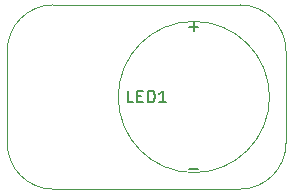
<source format=gbr>
%TF.GenerationSoftware,KiCad,Pcbnew,4.0.4+e1-6308~48~ubuntu16.04.1-stable*%
%TF.CreationDate,2016-12-19T13:29:00-08:00*%
%TF.ProjectId,2x3-LED-TH-Magnet,3278332D4C45442D54482D4D61676E65,1.0*%
%TF.FileFunction,Other,Fab,Top*%
%FSLAX46Y46*%
G04 Gerber Fmt 4.6, Leading zero omitted, Abs format (unit mm)*
G04 Created by KiCad (PCBNEW 4.0.4+e1-6308~48~ubuntu16.04.1-stable) date Mon Dec 19 13:29:00 2016*
%MOMM*%
%LPD*%
G01*
G04 APERTURE LIST*
%ADD10C,0.350000*%
%ADD11C,0.040640*%
%ADD12C,0.150000*%
G04 APERTURE END LIST*
D10*
D11*
X159883124Y-97600000D02*
G75*
G03X159883124Y-97600000I-6403124J0D01*
G01*
X157380000Y-89800000D02*
X141580000Y-89800000D01*
X157380000Y-105400000D02*
X141580000Y-105400000D01*
X161280000Y-101500000D02*
X161280000Y-93700000D01*
X137680000Y-101500000D02*
X137680000Y-93700000D01*
X161280000Y-93700000D02*
G75*
G03X157380000Y-89800000I-3900000J0D01*
G01*
X157380000Y-105400000D02*
G75*
G03X161280000Y-101500000I0J3900000D01*
G01*
X137680000Y-101500000D02*
G75*
G03X141580000Y-105400000I3900000J0D01*
G01*
X141580000Y-89800000D02*
G75*
G03X137680000Y-93700000I0J-3900000D01*
G01*
D12*
X148360953Y-98062381D02*
X147884762Y-98062381D01*
X147884762Y-97062381D01*
X148694286Y-97538571D02*
X149027620Y-97538571D01*
X149170477Y-98062381D02*
X148694286Y-98062381D01*
X148694286Y-97062381D01*
X149170477Y-97062381D01*
X149599048Y-98062381D02*
X149599048Y-97062381D01*
X149837143Y-97062381D01*
X149980001Y-97110000D01*
X150075239Y-97205238D01*
X150122858Y-97300476D01*
X150170477Y-97490952D01*
X150170477Y-97633810D01*
X150122858Y-97824286D01*
X150075239Y-97919524D01*
X149980001Y-98014762D01*
X149837143Y-98062381D01*
X149599048Y-98062381D01*
X151122858Y-98062381D02*
X150551429Y-98062381D01*
X150837143Y-98062381D02*
X150837143Y-97062381D01*
X150741905Y-97205238D01*
X150646667Y-97300476D01*
X150551429Y-97348095D01*
X153099048Y-91671429D02*
X153860953Y-91671429D01*
X153480001Y-92052381D02*
X153480001Y-91290476D01*
X153099048Y-103671429D02*
X153860953Y-103671429D01*
M02*

</source>
